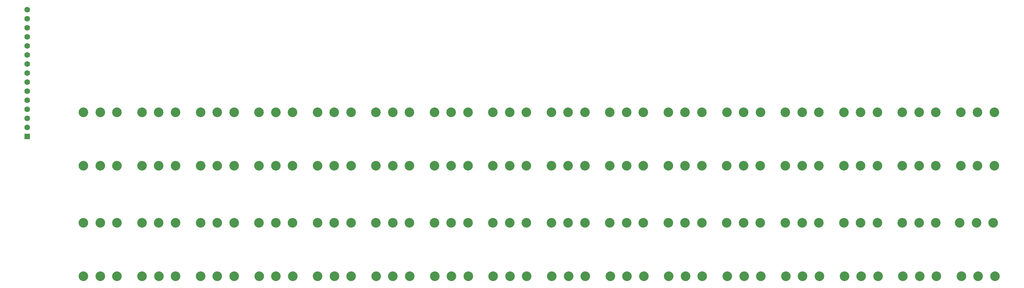
<source format=gbr>
%TF.GenerationSoftware,KiCad,Pcbnew,9.0.0*%
%TF.CreationDate,2025-03-18T21:00:28+01:00*%
%TF.ProjectId,to_ROMRAM_using_SWRegisters,746f5f52-4f4d-4524-914d-5f7573696e67,rev?*%
%TF.SameCoordinates,Original*%
%TF.FileFunction,Soldermask,Bot*%
%TF.FilePolarity,Negative*%
%FSLAX46Y46*%
G04 Gerber Fmt 4.6, Leading zero omitted, Abs format (unit mm)*
G04 Created by KiCad (PCBNEW 9.0.0) date 2025-03-18 21:00:28*
%MOMM*%
%LPD*%
G01*
G04 APERTURE LIST*
%ADD10C,2.700000*%
%ADD11R,1.600000X1.600000*%
%ADD12C,1.600000*%
G04 APERTURE END LIST*
D10*
%TO.C,v_dg0_a40*%
X165696900Y-147500000D03*
X170396900Y-147500000D03*
X175096900Y-147500000D03*
%TD*%
%TO.C,v_dg0_a29*%
X247632400Y-131500000D03*
X252332400Y-131500000D03*
X257032400Y-131500000D03*
%TD*%
%TO.C,v_dg0_a11*%
X214863100Y-116500000D03*
X219563100Y-116500000D03*
X224263100Y-116500000D03*
%TD*%
%TO.C,v_dg0_a7*%
X149312900Y-116500000D03*
X154012900Y-116500000D03*
X158712900Y-116500000D03*
%TD*%
%TO.C,v_dg0_a21*%
X116535600Y-131500000D03*
X121235600Y-131500000D03*
X125935600Y-131500000D03*
%TD*%
%TO.C,v_dg0_a8*%
X165700400Y-116500000D03*
X170400400Y-116500000D03*
X175100400Y-116500000D03*
%TD*%
%TO.C,v_dg0_a10*%
X198475600Y-116500000D03*
X203175600Y-116500000D03*
X207875600Y-116500000D03*
%TD*%
%TO.C,v_dg0_a48*%
X34600000Y-162500000D03*
X39300000Y-162500000D03*
X44000000Y-162500000D03*
%TD*%
%TO.C,v_dg0_a61*%
X247800000Y-162500000D03*
X252500000Y-162500000D03*
X257200000Y-162500000D03*
%TD*%
%TO.C,v_dg0_a39*%
X149309800Y-147500000D03*
X154009800Y-147500000D03*
X158709800Y-147500000D03*
%TD*%
%TO.C,v_dg0_a14*%
X264025800Y-116500000D03*
X268725800Y-116500000D03*
X273425800Y-116500000D03*
%TD*%
%TO.C,v_dg0_a20*%
X100148400Y-131500000D03*
X104848400Y-131500000D03*
X109548400Y-131500000D03*
%TD*%
%TO.C,v_dg0_a46*%
X264019600Y-147500000D03*
X268719600Y-147500000D03*
X273419600Y-147500000D03*
%TD*%
%TO.C,v_dg0_a42*%
X198471100Y-147500000D03*
X203171100Y-147500000D03*
X207871100Y-147500000D03*
%TD*%
%TO.C,v_dg0_a27*%
X214858200Y-131500000D03*
X219558200Y-131500000D03*
X224258200Y-131500000D03*
%TD*%
%TO.C,v_dg0_a26*%
X198471100Y-131500000D03*
X203171100Y-131500000D03*
X207871100Y-131500000D03*
%TD*%
%TO.C,v_dg0_a41*%
X182084000Y-147500000D03*
X186784000Y-147500000D03*
X191484000Y-147500000D03*
%TD*%
%TO.C,v_dg0_a13*%
X247638200Y-116500000D03*
X252338200Y-116500000D03*
X257038200Y-116500000D03*
%TD*%
%TO.C,v_dg0_a25*%
X182084000Y-131500000D03*
X186784000Y-131500000D03*
X191484000Y-131500000D03*
%TD*%
%TO.C,v_dg0_a36*%
X100148400Y-147500000D03*
X104848400Y-147500000D03*
X109548400Y-147500000D03*
%TD*%
%TO.C,v_dg0_a28*%
X231245300Y-131500000D03*
X235945300Y-131500000D03*
X240645300Y-131500000D03*
%TD*%
%TO.C,v_dg0_a60*%
X231400000Y-162500000D03*
X236100000Y-162500000D03*
X240800000Y-162500000D03*
%TD*%
%TO.C,v_dg0_a24*%
X165696900Y-131500000D03*
X170396900Y-131500000D03*
X175096900Y-131500000D03*
%TD*%
%TO.C,v_dg0_a31*%
X280406700Y-131500000D03*
X285106700Y-131500000D03*
X289806700Y-131500000D03*
%TD*%
%TO.C,v_dg0_a58*%
X198600000Y-162500000D03*
X203300000Y-162500000D03*
X208000000Y-162500000D03*
%TD*%
D11*
%TO.C,J1*%
X18831000Y-123286000D03*
D12*
X18831000Y-120746000D03*
X18831000Y-118206000D03*
X18831000Y-115666000D03*
X18831000Y-113126000D03*
X18831000Y-110586000D03*
X18831000Y-108046000D03*
X18831000Y-105506000D03*
X18831000Y-102966000D03*
X18831000Y-100426000D03*
X18831000Y-97886000D03*
X18831000Y-95346000D03*
X18831000Y-92806000D03*
X18831000Y-90266000D03*
X18831000Y-87726000D03*
%TD*%
D10*
%TO.C,v_dg0_a62*%
X264200000Y-162500000D03*
X268900000Y-162500000D03*
X273600000Y-162500000D03*
%TD*%
%TO.C,v_dg0_a22*%
X132922700Y-131500000D03*
X137622700Y-131500000D03*
X142322700Y-131500000D03*
%TD*%
%TO.C,v_dg0_a34*%
X67374200Y-147500000D03*
X72074200Y-147500000D03*
X76774200Y-147500000D03*
%TD*%
%TO.C,v_dg0_a57*%
X182200000Y-162500000D03*
X186900000Y-162500000D03*
X191600000Y-162500000D03*
%TD*%
%TO.C,v_dg0_a16*%
X34600000Y-131500000D03*
X39300000Y-131500000D03*
X44000000Y-131500000D03*
%TD*%
%TO.C,v_dg0_a50*%
X67400000Y-162500000D03*
X72100000Y-162500000D03*
X76800000Y-162500000D03*
%TD*%
%TO.C,v_dg0_a15*%
X280413300Y-116500000D03*
X285113300Y-116500000D03*
X289813300Y-116500000D03*
%TD*%
%TO.C,v_dg0_a19*%
X83761300Y-131500000D03*
X88461300Y-131500000D03*
X93161300Y-131500000D03*
%TD*%
%TO.C,v_dg0_a33*%
X50987100Y-147500000D03*
X55687100Y-147500000D03*
X60387100Y-147500000D03*
%TD*%
%TO.C,v_dg0_a55*%
X149400000Y-162500000D03*
X154100000Y-162500000D03*
X158800000Y-162500000D03*
%TD*%
%TO.C,v_dg0_a53*%
X116600000Y-162500000D03*
X121300000Y-162500000D03*
X126000000Y-162500000D03*
%TD*%
%TO.C,v_dg0_a1*%
X50987600Y-116500000D03*
X55687600Y-116500000D03*
X60387600Y-116500000D03*
%TD*%
%TO.C,v_dg0_a6*%
X132925300Y-116500000D03*
X137625300Y-116500000D03*
X142325300Y-116500000D03*
%TD*%
%TO.C,v_dg0_a59*%
X215000000Y-162500000D03*
X219700000Y-162500000D03*
X224400000Y-162500000D03*
%TD*%
%TO.C,v_dg0_a3*%
X83762700Y-116500000D03*
X88462700Y-116500000D03*
X93162700Y-116500000D03*
%TD*%
%TO.C,v_dg0_a37*%
X116535600Y-147500000D03*
X121235600Y-147500000D03*
X125935600Y-147500000D03*
%TD*%
%TO.C,v_dg0_a12*%
X231250700Y-116500000D03*
X235950700Y-116500000D03*
X240650700Y-116500000D03*
%TD*%
%TO.C,v_dg0_a18*%
X67374200Y-131500000D03*
X72074200Y-131500000D03*
X76774200Y-131500000D03*
%TD*%
%TO.C,v_dg0_a0*%
X34600000Y-116500000D03*
X39300000Y-116500000D03*
X44000000Y-116500000D03*
%TD*%
%TO.C,v_dg0_a35*%
X83761300Y-147500000D03*
X88461300Y-147500000D03*
X93161300Y-147500000D03*
%TD*%
%TO.C,v_dg0_a2*%
X67375100Y-116500000D03*
X72075100Y-116500000D03*
X76775100Y-116500000D03*
%TD*%
%TO.C,v_dg0_a30*%
X264019600Y-131500000D03*
X268719600Y-131500000D03*
X273419600Y-131500000D03*
%TD*%
%TO.C,v_dg0_a32*%
X34600000Y-147500000D03*
X39300000Y-147500000D03*
X44000000Y-147500000D03*
%TD*%
%TO.C,v_dg0_a9*%
X182088000Y-116500000D03*
X186788000Y-116500000D03*
X191488000Y-116500000D03*
%TD*%
%TO.C,v_dg0_a45*%
X247632400Y-147500000D03*
X252332400Y-147500000D03*
X257032400Y-147500000D03*
%TD*%
%TO.C,v_dg0_a52*%
X100200000Y-162500000D03*
X104900000Y-162500000D03*
X109600000Y-162500000D03*
%TD*%
%TO.C,v_dg0_a47*%
X280100000Y-147500000D03*
X284800000Y-147500000D03*
X289500000Y-147500000D03*
%TD*%
%TO.C,v_dg0_a4*%
X100150200Y-116500000D03*
X104850200Y-116500000D03*
X109550200Y-116500000D03*
%TD*%
%TO.C,v_dg0_a38*%
X132922700Y-147500000D03*
X137622700Y-147500000D03*
X142322700Y-147500000D03*
%TD*%
%TO.C,v_dg0_a51*%
X83800000Y-162500000D03*
X88500000Y-162500000D03*
X93200000Y-162500000D03*
%TD*%
%TO.C,v_dg0_a43*%
X214858200Y-147500000D03*
X219558200Y-147500000D03*
X224258200Y-147500000D03*
%TD*%
%TO.C,v_dg0_a44*%
X231245300Y-147500000D03*
X235945300Y-147500000D03*
X240645300Y-147500000D03*
%TD*%
%TO.C,v_dg0_a5*%
X116537800Y-116500000D03*
X121237800Y-116500000D03*
X125937800Y-116500000D03*
%TD*%
%TO.C,v_dg0_a23*%
X149309800Y-131500000D03*
X154009800Y-131500000D03*
X158709800Y-131500000D03*
%TD*%
%TO.C,v_dg0_a49*%
X51000000Y-162500000D03*
X55700000Y-162500000D03*
X60400000Y-162500000D03*
%TD*%
%TO.C,v_dg0_a17*%
X50987100Y-131500000D03*
X55687100Y-131500000D03*
X60387100Y-131500000D03*
%TD*%
%TO.C,v_dg0_a56*%
X165800000Y-162500000D03*
X170500000Y-162500000D03*
X175200000Y-162500000D03*
%TD*%
%TO.C,v_dg0_a54*%
X133000000Y-162500000D03*
X137700000Y-162500000D03*
X142400000Y-162500000D03*
%TD*%
%TO.C,v_dg0_a63*%
X280600000Y-162500000D03*
X285300000Y-162500000D03*
X290000000Y-162500000D03*
%TD*%
M02*

</source>
